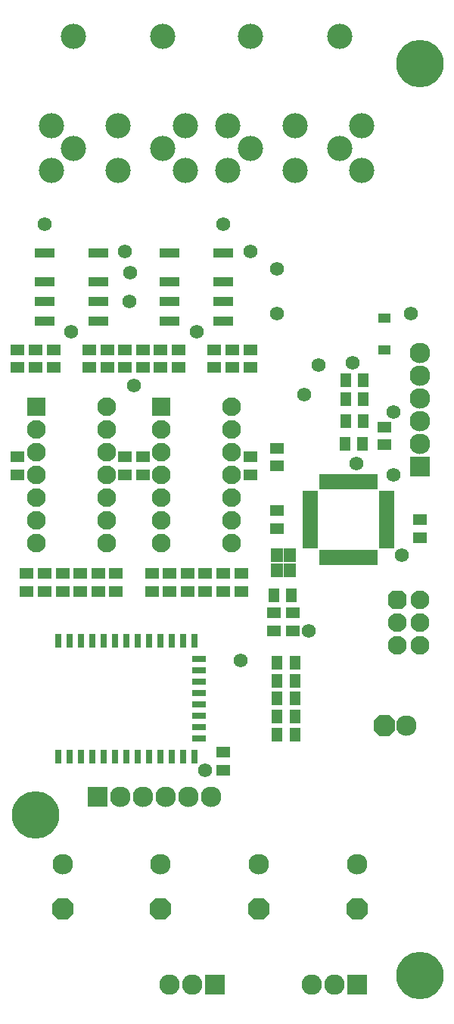
<source format=gts>
G04*
G04 #@! TF.GenerationSoftware,Altium Limited,Altium Designer,24.1.2 (44)*
G04*
G04 Layer_Color=8388736*
%FSLAX44Y44*%
%MOMM*%
G71*
G04*
G04 #@! TF.SameCoordinates,0FEA824A-C204-488D-A695-D1978D76774C*
G04*
G04*
G04 #@! TF.FilePolarity,Negative*
G04*
G01*
G75*
%ADD10R,1.3000X1.5500*%
%ADD11R,1.5500X1.3000*%
%ADD12R,1.4000X1.5000*%
%ADD13R,0.8016X1.6016*%
%ADD14R,1.6016X0.8016*%
%ADD15R,1.3700X1.0400*%
%ADD16R,0.9000X1.7750*%
%ADD17R,1.7750X0.9000*%
%ADD18R,2.3000X1.1000*%
%ADD19C,2.8240*%
%ADD20C,5.3000*%
%ADD21C,2.2800*%
%ADD22R,2.2800X2.2800*%
%ADD23C,2.3000*%
G04:AMPARAMS|DCode=24|XSize=2.3mm|YSize=2.3mm|CornerRadius=0mm|HoleSize=0mm|Usage=FLASHONLY|Rotation=90.000|XOffset=0mm|YOffset=0mm|HoleType=Round|Shape=Octagon|*
%AMOCTAGOND24*
4,1,8,0.5750,1.1500,-0.5750,1.1500,-1.1500,0.5750,-1.1500,-0.5750,-0.5750,-1.1500,0.5750,-1.1500,1.1500,-0.5750,1.1500,0.5750,0.5750,1.1500,0.0*
%
%ADD24OCTAGOND24*%

%ADD25R,2.3000X2.3000*%
%ADD26R,2.1000X2.1000*%
%ADD27C,2.1000*%
%ADD28R,2.3000X2.3000*%
G04:AMPARAMS|DCode=29|XSize=2.3mm|YSize=2.3mm|CornerRadius=0mm|HoleSize=0mm|Usage=FLASHONLY|Rotation=0.000|XOffset=0mm|YOffset=0mm|HoleType=Round|Shape=Octagon|*
%AMOCTAGOND29*
4,1,8,1.1500,-0.5750,1.1500,0.5750,0.5750,1.1500,-0.5750,1.1500,-1.1500,0.5750,-1.1500,-0.5750,-0.5750,-1.1500,0.5750,-1.1500,1.1500,-0.5750,0.0*
%
%ADD29OCTAGOND29*%

G04:AMPARAMS|DCode=30|XSize=2.1mm|YSize=2.1mm|CornerRadius=0mm|HoleSize=0mm|Usage=FLASHONLY|Rotation=270.000|XOffset=0mm|YOffset=0mm|HoleType=Round|Shape=Octagon|*
%AMOCTAGOND30*
4,1,8,-0.5250,-1.0500,0.5250,-1.0500,1.0500,-0.5250,1.0500,0.5250,0.5250,1.0500,-0.5250,1.0500,-1.0500,0.5250,-1.0500,-0.5250,-0.5250,-1.0500,0.0*
%
%ADD30OCTAGOND30*%

%ADD31C,1.5700*%
D10*
X406757Y705918D02*
D03*
X386757D02*
D03*
X310000Y390000D02*
D03*
X330000D02*
D03*
Y370000D02*
D03*
X310000D02*
D03*
X330000Y350000D02*
D03*
X310000D02*
D03*
X330000Y330000D02*
D03*
X310000D02*
D03*
X330000Y310000D02*
D03*
X310000D02*
D03*
X386747Y660047D02*
D03*
X406747D02*
D03*
X386000Y634750D02*
D03*
X406000D02*
D03*
X386747Y684992D02*
D03*
X406747D02*
D03*
X306509Y465800D02*
D03*
X326509D02*
D03*
D11*
X30000Y470000D02*
D03*
Y490000D02*
D03*
X50000D02*
D03*
Y470000D02*
D03*
X190000Y490000D02*
D03*
Y470000D02*
D03*
X110000Y490000D02*
D03*
Y470000D02*
D03*
X250000Y490000D02*
D03*
Y470000D02*
D03*
X20000Y620000D02*
D03*
Y600000D02*
D03*
X280000Y620000D02*
D03*
Y600000D02*
D03*
X160000Y620000D02*
D03*
Y600000D02*
D03*
X140000Y620000D02*
D03*
Y600000D02*
D03*
X100000Y720000D02*
D03*
Y740000D02*
D03*
X60000Y720000D02*
D03*
Y740000D02*
D03*
X240000D02*
D03*
Y720000D02*
D03*
X200000Y740000D02*
D03*
Y720000D02*
D03*
X280000D02*
D03*
Y740000D02*
D03*
X160000Y720000D02*
D03*
Y740000D02*
D03*
X140000Y720000D02*
D03*
Y740000D02*
D03*
X20000Y720000D02*
D03*
Y740000D02*
D03*
X260000D02*
D03*
Y720000D02*
D03*
X180000D02*
D03*
Y740000D02*
D03*
X120000D02*
D03*
Y720000D02*
D03*
X40000D02*
D03*
Y740000D02*
D03*
X230000Y470000D02*
D03*
Y490000D02*
D03*
X210000Y470000D02*
D03*
Y490000D02*
D03*
X90000Y470000D02*
D03*
Y490000D02*
D03*
X70000Y470000D02*
D03*
Y490000D02*
D03*
X270000Y490000D02*
D03*
Y470000D02*
D03*
X130000Y490000D02*
D03*
Y470000D02*
D03*
X170000Y490000D02*
D03*
Y470000D02*
D03*
X470000Y530000D02*
D03*
Y550000D02*
D03*
X327453Y425679D02*
D03*
Y445679D02*
D03*
X306723Y425641D02*
D03*
Y445641D02*
D03*
X430155Y653782D02*
D03*
Y633782D02*
D03*
X310000Y610000D02*
D03*
Y630000D02*
D03*
Y540000D02*
D03*
Y560000D02*
D03*
X250000Y270000D02*
D03*
Y290000D02*
D03*
D12*
X324000Y510000D02*
D03*
Y493000D02*
D03*
X310000D02*
D03*
Y510000D02*
D03*
D13*
X217850Y285230D02*
D03*
X205150D02*
D03*
X192450D02*
D03*
X179750D02*
D03*
X167050D02*
D03*
X154350D02*
D03*
X141650D02*
D03*
X128950D02*
D03*
X116250D02*
D03*
X103550D02*
D03*
X90850D02*
D03*
X78150D02*
D03*
X65450D02*
D03*
Y414770D02*
D03*
X78150D02*
D03*
X90850D02*
D03*
X103550D02*
D03*
X116250D02*
D03*
X128950D02*
D03*
X141650D02*
D03*
X154350D02*
D03*
X167050D02*
D03*
X179750D02*
D03*
X192450D02*
D03*
X205150D02*
D03*
X217850D02*
D03*
D14*
X222930Y305550D02*
D03*
Y318250D02*
D03*
Y330950D02*
D03*
Y343650D02*
D03*
Y356350D02*
D03*
Y369050D02*
D03*
Y381750D02*
D03*
Y394450D02*
D03*
D15*
X430000Y740000D02*
D03*
Y775500D02*
D03*
D16*
X362000Y592380D02*
D03*
X370000D02*
D03*
X378000D02*
D03*
X386000D02*
D03*
X394000D02*
D03*
X402000D02*
D03*
X410000D02*
D03*
X418000D02*
D03*
Y507620D02*
D03*
X410000D02*
D03*
X402000D02*
D03*
X394000D02*
D03*
X386000D02*
D03*
X378000D02*
D03*
X370000D02*
D03*
X362000D02*
D03*
D17*
X432380Y578000D02*
D03*
Y570000D02*
D03*
Y562000D02*
D03*
Y554000D02*
D03*
Y546000D02*
D03*
Y538000D02*
D03*
Y530000D02*
D03*
Y522000D02*
D03*
X347620D02*
D03*
Y530000D02*
D03*
Y538000D02*
D03*
Y546000D02*
D03*
Y554000D02*
D03*
Y562000D02*
D03*
Y570000D02*
D03*
Y578000D02*
D03*
D18*
X250000Y848000D02*
D03*
Y816000D02*
D03*
Y794000D02*
D03*
Y772000D02*
D03*
X190000D02*
D03*
Y794000D02*
D03*
Y816000D02*
D03*
Y848000D02*
D03*
X110000D02*
D03*
Y816000D02*
D03*
Y794000D02*
D03*
Y772000D02*
D03*
X50000D02*
D03*
Y794000D02*
D03*
Y816000D02*
D03*
Y848000D02*
D03*
D19*
X57500Y940000D02*
D03*
X207500D02*
D03*
X132500D02*
D03*
X57500Y990000D02*
D03*
X207500D02*
D03*
X132500D02*
D03*
X82500Y965000D02*
D03*
X182500D02*
D03*
Y1090000D02*
D03*
X82500D02*
D03*
X255000Y940000D02*
D03*
X405000D02*
D03*
X330000D02*
D03*
X255000Y990000D02*
D03*
X405000D02*
D03*
X330000D02*
D03*
X280000Y965000D02*
D03*
X380000D02*
D03*
Y1090000D02*
D03*
X280000D02*
D03*
D20*
X40000Y220000D02*
D03*
X470000Y40000D02*
D03*
Y1060000D02*
D03*
D21*
X349000Y30000D02*
D03*
X374500D02*
D03*
X190000D02*
D03*
X215500D02*
D03*
D22*
X400000D02*
D03*
X241000D02*
D03*
D23*
X70000Y165000D02*
D03*
X400000D02*
D03*
X210800Y240000D02*
D03*
X185400D02*
D03*
X134600D02*
D03*
X160000D02*
D03*
X236200D02*
D03*
X290000Y165000D02*
D03*
X470000Y736200D02*
D03*
Y660000D02*
D03*
Y634600D02*
D03*
Y685400D02*
D03*
Y710800D02*
D03*
X455000Y320000D02*
D03*
X180000Y165000D02*
D03*
D24*
X70000Y115000D02*
D03*
X400000D02*
D03*
X290000D02*
D03*
X180000D02*
D03*
D25*
X109200Y240000D02*
D03*
D26*
X180630Y676200D02*
D03*
X40630D02*
D03*
D27*
X180630Y650800D02*
D03*
Y625400D02*
D03*
Y600000D02*
D03*
Y574600D02*
D03*
Y549200D02*
D03*
Y523800D02*
D03*
X259370D02*
D03*
Y549200D02*
D03*
Y574600D02*
D03*
Y600000D02*
D03*
Y625400D02*
D03*
Y650800D02*
D03*
Y676200D02*
D03*
X40630Y650800D02*
D03*
Y625400D02*
D03*
Y600000D02*
D03*
Y574600D02*
D03*
Y549200D02*
D03*
Y523800D02*
D03*
X119370D02*
D03*
Y549200D02*
D03*
Y574600D02*
D03*
Y600000D02*
D03*
Y625400D02*
D03*
Y650800D02*
D03*
Y676200D02*
D03*
X470000Y460000D02*
D03*
Y409200D02*
D03*
Y434600D02*
D03*
X444600D02*
D03*
Y409200D02*
D03*
D28*
X470000Y609200D02*
D03*
D29*
X430000Y320000D02*
D03*
D30*
X444600Y460000D02*
D03*
D31*
X395000Y725000D02*
D03*
X356745Y722504D02*
D03*
X269776Y392724D02*
D03*
X310000Y780000D02*
D03*
X220000Y760000D02*
D03*
X440000Y600000D02*
D03*
X80000Y760000D02*
D03*
X150000Y700000D02*
D03*
X440000Y670000D02*
D03*
X345954Y425676D02*
D03*
X310000Y830000D02*
D03*
X340850Y690000D02*
D03*
X230000Y270000D02*
D03*
X140000Y850000D02*
D03*
X250000Y880000D02*
D03*
X50000D02*
D03*
X460000Y780000D02*
D03*
X450000Y510000D02*
D03*
X398815Y612721D02*
D03*
X280000Y850000D02*
D03*
X146004Y826538D02*
D03*
X144765Y794225D02*
D03*
M02*

</source>
